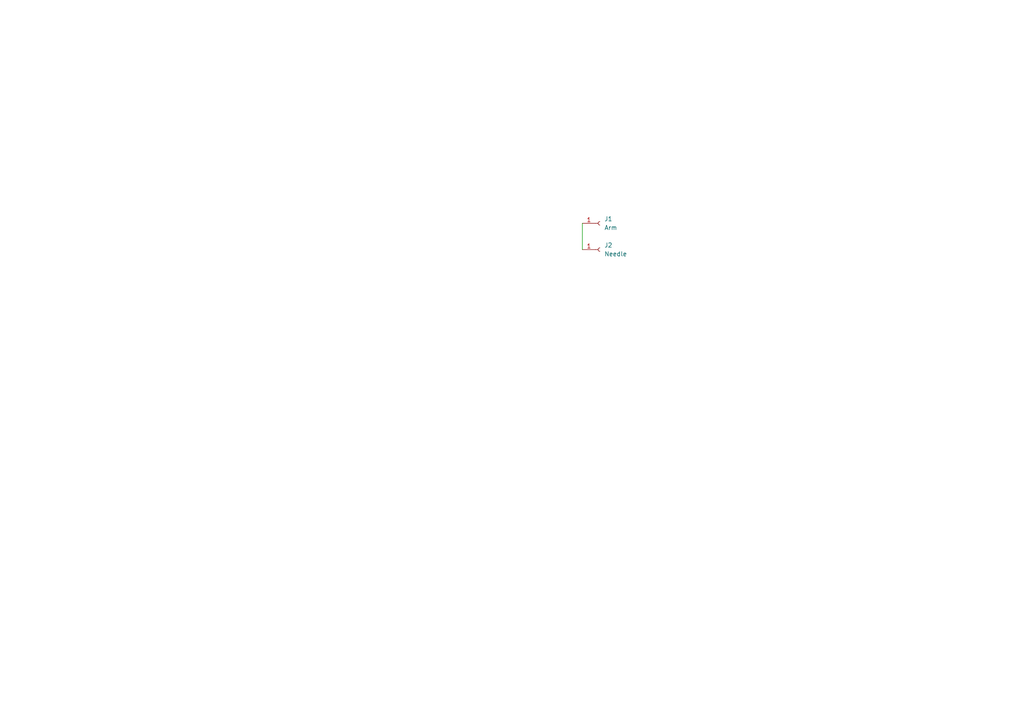
<source format=kicad_sch>
(kicad_sch (version 20211123) (generator eeschema)
  (paper "A4")
  (lib_symbols
    (symbol "Connector:Conn_01x01_Female" (pin_names (offset 1.016) hide)
      (property "Reference" "J" (at 0 2.54 0))
      (property "Value" "Conn_01x01_Female" (at 0 -2.54 0))
      (symbol "Conn_01x01_Female_1_1"
        (polyline (pts (xy -1.27 0) (xy -0.508 0)) (stroke (width 0.1524)))
        (arc (start 0 0.508) (mid -0.508 0) (end 0 -0.508) (stroke (width 0.1524)))
        (pin passive line (at -5.08 0 0) (length 3.81) (name "Pin_1") (number "1"))
      )
    )
  )
  (wire (pts (xy 168.91 64.77) (xy 168.91 72.39)))
  (symbol (lib_id "Connector:Conn_01x01_Female") (at 173.99 64.77 0) (unit 1)
    (property "Reference" "J1" (at 175.26 63.4999 0) (effects (justify left)))
    (property "Value" "Arm" (at 175.26 66.0399 0) (effects (justify left)))
    (property "Footprint" "TestPoint:TestPoint_Pad_1.0x1.0mm" (effects hide))
  )
  (symbol (lib_id "Connector:Conn_01x01_Female") (at 173.99 72.39 0) (unit 1)
    (property "Reference" "J2" (at 175.26 71.1199 0) (effects (justify left)))
    (property "Value" "Needle" (at 175.26 73.6599 0) (effects (justify left)))
    (property "Footprint" "TestPoint:TestPoint_Pad_D4.0mm" (effects hide))
  )
)
</source>
